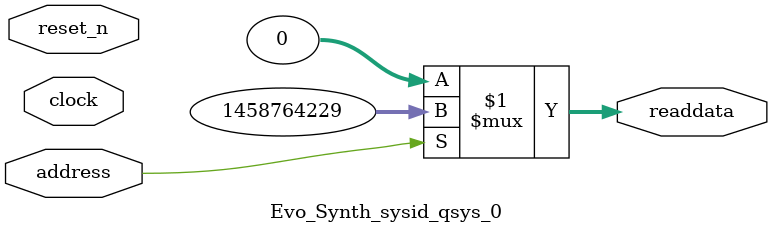
<source format=v>

`timescale 1ns / 1ps
// synthesis translate_on

// turn off superfluous verilog processor warnings 
// altera message_level Level1 
// altera message_off 10034 10035 10036 10037 10230 10240 10030 

module Evo_Synth_sysid_qsys_0 (
               // inputs:
                address,
                clock,
                reset_n,

               // outputs:
                readdata
             )
;

  output  [ 31: 0] readdata;
  input            address;
  input            clock;
  input            reset_n;

  wire    [ 31: 0] readdata;
  //control_slave, which is an e_avalon_slave
  assign readdata = address ? 1458764229 : 0;

endmodule




</source>
